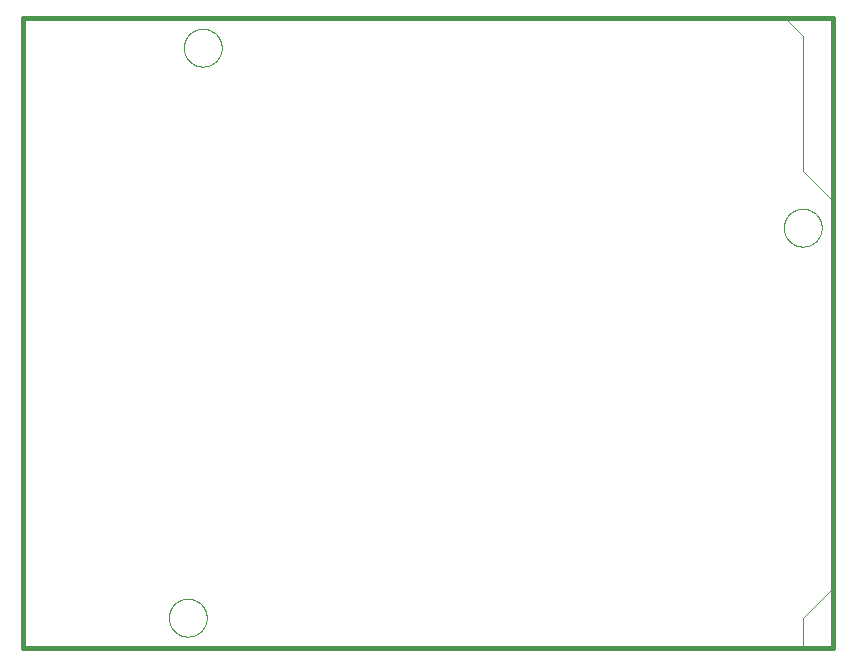
<source format=gbo>
G75*
%MOIN*%
%OFA0B0*%
%FSLAX25Y25*%
%IPPOS*%
%LPD*%
%AMOC8*
5,1,8,0,0,1.08239X$1,22.5*
%
%ADD10C,0.01600*%
%ADD11C,0.00000*%
D10*
X0027000Y0005000D02*
X0297000Y0005000D01*
X0297000Y0215000D01*
X0027000Y0215000D01*
X0027000Y0005000D01*
D11*
X0027000Y0215000D01*
X0281000Y0215000D01*
X0287000Y0209000D01*
X0287000Y0164000D01*
X0297000Y0154000D01*
X0297000Y0025000D01*
X0287000Y0015000D01*
X0287000Y0005000D01*
X0027000Y0005000D01*
X0075701Y0015000D02*
X0075703Y0015158D01*
X0075709Y0015316D01*
X0075719Y0015474D01*
X0075733Y0015632D01*
X0075751Y0015789D01*
X0075772Y0015946D01*
X0075798Y0016102D01*
X0075828Y0016258D01*
X0075861Y0016413D01*
X0075899Y0016566D01*
X0075940Y0016719D01*
X0075985Y0016871D01*
X0076034Y0017022D01*
X0076087Y0017171D01*
X0076143Y0017319D01*
X0076203Y0017465D01*
X0076267Y0017610D01*
X0076335Y0017753D01*
X0076406Y0017895D01*
X0076480Y0018035D01*
X0076558Y0018172D01*
X0076640Y0018308D01*
X0076724Y0018442D01*
X0076813Y0018573D01*
X0076904Y0018702D01*
X0076999Y0018829D01*
X0077096Y0018954D01*
X0077197Y0019076D01*
X0077301Y0019195D01*
X0077408Y0019312D01*
X0077518Y0019426D01*
X0077631Y0019537D01*
X0077746Y0019646D01*
X0077864Y0019751D01*
X0077985Y0019853D01*
X0078108Y0019953D01*
X0078234Y0020049D01*
X0078362Y0020142D01*
X0078492Y0020232D01*
X0078625Y0020318D01*
X0078760Y0020402D01*
X0078896Y0020481D01*
X0079035Y0020558D01*
X0079176Y0020630D01*
X0079318Y0020700D01*
X0079462Y0020765D01*
X0079608Y0020827D01*
X0079755Y0020885D01*
X0079904Y0020940D01*
X0080054Y0020991D01*
X0080205Y0021038D01*
X0080357Y0021081D01*
X0080510Y0021120D01*
X0080665Y0021156D01*
X0080820Y0021187D01*
X0080976Y0021215D01*
X0081132Y0021239D01*
X0081289Y0021259D01*
X0081447Y0021275D01*
X0081604Y0021287D01*
X0081763Y0021295D01*
X0081921Y0021299D01*
X0082079Y0021299D01*
X0082237Y0021295D01*
X0082396Y0021287D01*
X0082553Y0021275D01*
X0082711Y0021259D01*
X0082868Y0021239D01*
X0083024Y0021215D01*
X0083180Y0021187D01*
X0083335Y0021156D01*
X0083490Y0021120D01*
X0083643Y0021081D01*
X0083795Y0021038D01*
X0083946Y0020991D01*
X0084096Y0020940D01*
X0084245Y0020885D01*
X0084392Y0020827D01*
X0084538Y0020765D01*
X0084682Y0020700D01*
X0084824Y0020630D01*
X0084965Y0020558D01*
X0085104Y0020481D01*
X0085240Y0020402D01*
X0085375Y0020318D01*
X0085508Y0020232D01*
X0085638Y0020142D01*
X0085766Y0020049D01*
X0085892Y0019953D01*
X0086015Y0019853D01*
X0086136Y0019751D01*
X0086254Y0019646D01*
X0086369Y0019537D01*
X0086482Y0019426D01*
X0086592Y0019312D01*
X0086699Y0019195D01*
X0086803Y0019076D01*
X0086904Y0018954D01*
X0087001Y0018829D01*
X0087096Y0018702D01*
X0087187Y0018573D01*
X0087276Y0018442D01*
X0087360Y0018308D01*
X0087442Y0018172D01*
X0087520Y0018035D01*
X0087594Y0017895D01*
X0087665Y0017753D01*
X0087733Y0017610D01*
X0087797Y0017465D01*
X0087857Y0017319D01*
X0087913Y0017171D01*
X0087966Y0017022D01*
X0088015Y0016871D01*
X0088060Y0016719D01*
X0088101Y0016566D01*
X0088139Y0016413D01*
X0088172Y0016258D01*
X0088202Y0016102D01*
X0088228Y0015946D01*
X0088249Y0015789D01*
X0088267Y0015632D01*
X0088281Y0015474D01*
X0088291Y0015316D01*
X0088297Y0015158D01*
X0088299Y0015000D01*
X0088297Y0014842D01*
X0088291Y0014684D01*
X0088281Y0014526D01*
X0088267Y0014368D01*
X0088249Y0014211D01*
X0088228Y0014054D01*
X0088202Y0013898D01*
X0088172Y0013742D01*
X0088139Y0013587D01*
X0088101Y0013434D01*
X0088060Y0013281D01*
X0088015Y0013129D01*
X0087966Y0012978D01*
X0087913Y0012829D01*
X0087857Y0012681D01*
X0087797Y0012535D01*
X0087733Y0012390D01*
X0087665Y0012247D01*
X0087594Y0012105D01*
X0087520Y0011965D01*
X0087442Y0011828D01*
X0087360Y0011692D01*
X0087276Y0011558D01*
X0087187Y0011427D01*
X0087096Y0011298D01*
X0087001Y0011171D01*
X0086904Y0011046D01*
X0086803Y0010924D01*
X0086699Y0010805D01*
X0086592Y0010688D01*
X0086482Y0010574D01*
X0086369Y0010463D01*
X0086254Y0010354D01*
X0086136Y0010249D01*
X0086015Y0010147D01*
X0085892Y0010047D01*
X0085766Y0009951D01*
X0085638Y0009858D01*
X0085508Y0009768D01*
X0085375Y0009682D01*
X0085240Y0009598D01*
X0085104Y0009519D01*
X0084965Y0009442D01*
X0084824Y0009370D01*
X0084682Y0009300D01*
X0084538Y0009235D01*
X0084392Y0009173D01*
X0084245Y0009115D01*
X0084096Y0009060D01*
X0083946Y0009009D01*
X0083795Y0008962D01*
X0083643Y0008919D01*
X0083490Y0008880D01*
X0083335Y0008844D01*
X0083180Y0008813D01*
X0083024Y0008785D01*
X0082868Y0008761D01*
X0082711Y0008741D01*
X0082553Y0008725D01*
X0082396Y0008713D01*
X0082237Y0008705D01*
X0082079Y0008701D01*
X0081921Y0008701D01*
X0081763Y0008705D01*
X0081604Y0008713D01*
X0081447Y0008725D01*
X0081289Y0008741D01*
X0081132Y0008761D01*
X0080976Y0008785D01*
X0080820Y0008813D01*
X0080665Y0008844D01*
X0080510Y0008880D01*
X0080357Y0008919D01*
X0080205Y0008962D01*
X0080054Y0009009D01*
X0079904Y0009060D01*
X0079755Y0009115D01*
X0079608Y0009173D01*
X0079462Y0009235D01*
X0079318Y0009300D01*
X0079176Y0009370D01*
X0079035Y0009442D01*
X0078896Y0009519D01*
X0078760Y0009598D01*
X0078625Y0009682D01*
X0078492Y0009768D01*
X0078362Y0009858D01*
X0078234Y0009951D01*
X0078108Y0010047D01*
X0077985Y0010147D01*
X0077864Y0010249D01*
X0077746Y0010354D01*
X0077631Y0010463D01*
X0077518Y0010574D01*
X0077408Y0010688D01*
X0077301Y0010805D01*
X0077197Y0010924D01*
X0077096Y0011046D01*
X0076999Y0011171D01*
X0076904Y0011298D01*
X0076813Y0011427D01*
X0076724Y0011558D01*
X0076640Y0011692D01*
X0076558Y0011828D01*
X0076480Y0011965D01*
X0076406Y0012105D01*
X0076335Y0012247D01*
X0076267Y0012390D01*
X0076203Y0012535D01*
X0076143Y0012681D01*
X0076087Y0012829D01*
X0076034Y0012978D01*
X0075985Y0013129D01*
X0075940Y0013281D01*
X0075899Y0013434D01*
X0075861Y0013587D01*
X0075828Y0013742D01*
X0075798Y0013898D01*
X0075772Y0014054D01*
X0075751Y0014211D01*
X0075733Y0014368D01*
X0075719Y0014526D01*
X0075709Y0014684D01*
X0075703Y0014842D01*
X0075701Y0015000D01*
X0280701Y0145000D02*
X0280703Y0145158D01*
X0280709Y0145316D01*
X0280719Y0145474D01*
X0280733Y0145632D01*
X0280751Y0145789D01*
X0280772Y0145946D01*
X0280798Y0146102D01*
X0280828Y0146258D01*
X0280861Y0146413D01*
X0280899Y0146566D01*
X0280940Y0146719D01*
X0280985Y0146871D01*
X0281034Y0147022D01*
X0281087Y0147171D01*
X0281143Y0147319D01*
X0281203Y0147465D01*
X0281267Y0147610D01*
X0281335Y0147753D01*
X0281406Y0147895D01*
X0281480Y0148035D01*
X0281558Y0148172D01*
X0281640Y0148308D01*
X0281724Y0148442D01*
X0281813Y0148573D01*
X0281904Y0148702D01*
X0281999Y0148829D01*
X0282096Y0148954D01*
X0282197Y0149076D01*
X0282301Y0149195D01*
X0282408Y0149312D01*
X0282518Y0149426D01*
X0282631Y0149537D01*
X0282746Y0149646D01*
X0282864Y0149751D01*
X0282985Y0149853D01*
X0283108Y0149953D01*
X0283234Y0150049D01*
X0283362Y0150142D01*
X0283492Y0150232D01*
X0283625Y0150318D01*
X0283760Y0150402D01*
X0283896Y0150481D01*
X0284035Y0150558D01*
X0284176Y0150630D01*
X0284318Y0150700D01*
X0284462Y0150765D01*
X0284608Y0150827D01*
X0284755Y0150885D01*
X0284904Y0150940D01*
X0285054Y0150991D01*
X0285205Y0151038D01*
X0285357Y0151081D01*
X0285510Y0151120D01*
X0285665Y0151156D01*
X0285820Y0151187D01*
X0285976Y0151215D01*
X0286132Y0151239D01*
X0286289Y0151259D01*
X0286447Y0151275D01*
X0286604Y0151287D01*
X0286763Y0151295D01*
X0286921Y0151299D01*
X0287079Y0151299D01*
X0287237Y0151295D01*
X0287396Y0151287D01*
X0287553Y0151275D01*
X0287711Y0151259D01*
X0287868Y0151239D01*
X0288024Y0151215D01*
X0288180Y0151187D01*
X0288335Y0151156D01*
X0288490Y0151120D01*
X0288643Y0151081D01*
X0288795Y0151038D01*
X0288946Y0150991D01*
X0289096Y0150940D01*
X0289245Y0150885D01*
X0289392Y0150827D01*
X0289538Y0150765D01*
X0289682Y0150700D01*
X0289824Y0150630D01*
X0289965Y0150558D01*
X0290104Y0150481D01*
X0290240Y0150402D01*
X0290375Y0150318D01*
X0290508Y0150232D01*
X0290638Y0150142D01*
X0290766Y0150049D01*
X0290892Y0149953D01*
X0291015Y0149853D01*
X0291136Y0149751D01*
X0291254Y0149646D01*
X0291369Y0149537D01*
X0291482Y0149426D01*
X0291592Y0149312D01*
X0291699Y0149195D01*
X0291803Y0149076D01*
X0291904Y0148954D01*
X0292001Y0148829D01*
X0292096Y0148702D01*
X0292187Y0148573D01*
X0292276Y0148442D01*
X0292360Y0148308D01*
X0292442Y0148172D01*
X0292520Y0148035D01*
X0292594Y0147895D01*
X0292665Y0147753D01*
X0292733Y0147610D01*
X0292797Y0147465D01*
X0292857Y0147319D01*
X0292913Y0147171D01*
X0292966Y0147022D01*
X0293015Y0146871D01*
X0293060Y0146719D01*
X0293101Y0146566D01*
X0293139Y0146413D01*
X0293172Y0146258D01*
X0293202Y0146102D01*
X0293228Y0145946D01*
X0293249Y0145789D01*
X0293267Y0145632D01*
X0293281Y0145474D01*
X0293291Y0145316D01*
X0293297Y0145158D01*
X0293299Y0145000D01*
X0293297Y0144842D01*
X0293291Y0144684D01*
X0293281Y0144526D01*
X0293267Y0144368D01*
X0293249Y0144211D01*
X0293228Y0144054D01*
X0293202Y0143898D01*
X0293172Y0143742D01*
X0293139Y0143587D01*
X0293101Y0143434D01*
X0293060Y0143281D01*
X0293015Y0143129D01*
X0292966Y0142978D01*
X0292913Y0142829D01*
X0292857Y0142681D01*
X0292797Y0142535D01*
X0292733Y0142390D01*
X0292665Y0142247D01*
X0292594Y0142105D01*
X0292520Y0141965D01*
X0292442Y0141828D01*
X0292360Y0141692D01*
X0292276Y0141558D01*
X0292187Y0141427D01*
X0292096Y0141298D01*
X0292001Y0141171D01*
X0291904Y0141046D01*
X0291803Y0140924D01*
X0291699Y0140805D01*
X0291592Y0140688D01*
X0291482Y0140574D01*
X0291369Y0140463D01*
X0291254Y0140354D01*
X0291136Y0140249D01*
X0291015Y0140147D01*
X0290892Y0140047D01*
X0290766Y0139951D01*
X0290638Y0139858D01*
X0290508Y0139768D01*
X0290375Y0139682D01*
X0290240Y0139598D01*
X0290104Y0139519D01*
X0289965Y0139442D01*
X0289824Y0139370D01*
X0289682Y0139300D01*
X0289538Y0139235D01*
X0289392Y0139173D01*
X0289245Y0139115D01*
X0289096Y0139060D01*
X0288946Y0139009D01*
X0288795Y0138962D01*
X0288643Y0138919D01*
X0288490Y0138880D01*
X0288335Y0138844D01*
X0288180Y0138813D01*
X0288024Y0138785D01*
X0287868Y0138761D01*
X0287711Y0138741D01*
X0287553Y0138725D01*
X0287396Y0138713D01*
X0287237Y0138705D01*
X0287079Y0138701D01*
X0286921Y0138701D01*
X0286763Y0138705D01*
X0286604Y0138713D01*
X0286447Y0138725D01*
X0286289Y0138741D01*
X0286132Y0138761D01*
X0285976Y0138785D01*
X0285820Y0138813D01*
X0285665Y0138844D01*
X0285510Y0138880D01*
X0285357Y0138919D01*
X0285205Y0138962D01*
X0285054Y0139009D01*
X0284904Y0139060D01*
X0284755Y0139115D01*
X0284608Y0139173D01*
X0284462Y0139235D01*
X0284318Y0139300D01*
X0284176Y0139370D01*
X0284035Y0139442D01*
X0283896Y0139519D01*
X0283760Y0139598D01*
X0283625Y0139682D01*
X0283492Y0139768D01*
X0283362Y0139858D01*
X0283234Y0139951D01*
X0283108Y0140047D01*
X0282985Y0140147D01*
X0282864Y0140249D01*
X0282746Y0140354D01*
X0282631Y0140463D01*
X0282518Y0140574D01*
X0282408Y0140688D01*
X0282301Y0140805D01*
X0282197Y0140924D01*
X0282096Y0141046D01*
X0281999Y0141171D01*
X0281904Y0141298D01*
X0281813Y0141427D01*
X0281724Y0141558D01*
X0281640Y0141692D01*
X0281558Y0141828D01*
X0281480Y0141965D01*
X0281406Y0142105D01*
X0281335Y0142247D01*
X0281267Y0142390D01*
X0281203Y0142535D01*
X0281143Y0142681D01*
X0281087Y0142829D01*
X0281034Y0142978D01*
X0280985Y0143129D01*
X0280940Y0143281D01*
X0280899Y0143434D01*
X0280861Y0143587D01*
X0280828Y0143742D01*
X0280798Y0143898D01*
X0280772Y0144054D01*
X0280751Y0144211D01*
X0280733Y0144368D01*
X0280719Y0144526D01*
X0280709Y0144684D01*
X0280703Y0144842D01*
X0280701Y0145000D01*
X0080701Y0205000D02*
X0080703Y0205158D01*
X0080709Y0205316D01*
X0080719Y0205474D01*
X0080733Y0205632D01*
X0080751Y0205789D01*
X0080772Y0205946D01*
X0080798Y0206102D01*
X0080828Y0206258D01*
X0080861Y0206413D01*
X0080899Y0206566D01*
X0080940Y0206719D01*
X0080985Y0206871D01*
X0081034Y0207022D01*
X0081087Y0207171D01*
X0081143Y0207319D01*
X0081203Y0207465D01*
X0081267Y0207610D01*
X0081335Y0207753D01*
X0081406Y0207895D01*
X0081480Y0208035D01*
X0081558Y0208172D01*
X0081640Y0208308D01*
X0081724Y0208442D01*
X0081813Y0208573D01*
X0081904Y0208702D01*
X0081999Y0208829D01*
X0082096Y0208954D01*
X0082197Y0209076D01*
X0082301Y0209195D01*
X0082408Y0209312D01*
X0082518Y0209426D01*
X0082631Y0209537D01*
X0082746Y0209646D01*
X0082864Y0209751D01*
X0082985Y0209853D01*
X0083108Y0209953D01*
X0083234Y0210049D01*
X0083362Y0210142D01*
X0083492Y0210232D01*
X0083625Y0210318D01*
X0083760Y0210402D01*
X0083896Y0210481D01*
X0084035Y0210558D01*
X0084176Y0210630D01*
X0084318Y0210700D01*
X0084462Y0210765D01*
X0084608Y0210827D01*
X0084755Y0210885D01*
X0084904Y0210940D01*
X0085054Y0210991D01*
X0085205Y0211038D01*
X0085357Y0211081D01*
X0085510Y0211120D01*
X0085665Y0211156D01*
X0085820Y0211187D01*
X0085976Y0211215D01*
X0086132Y0211239D01*
X0086289Y0211259D01*
X0086447Y0211275D01*
X0086604Y0211287D01*
X0086763Y0211295D01*
X0086921Y0211299D01*
X0087079Y0211299D01*
X0087237Y0211295D01*
X0087396Y0211287D01*
X0087553Y0211275D01*
X0087711Y0211259D01*
X0087868Y0211239D01*
X0088024Y0211215D01*
X0088180Y0211187D01*
X0088335Y0211156D01*
X0088490Y0211120D01*
X0088643Y0211081D01*
X0088795Y0211038D01*
X0088946Y0210991D01*
X0089096Y0210940D01*
X0089245Y0210885D01*
X0089392Y0210827D01*
X0089538Y0210765D01*
X0089682Y0210700D01*
X0089824Y0210630D01*
X0089965Y0210558D01*
X0090104Y0210481D01*
X0090240Y0210402D01*
X0090375Y0210318D01*
X0090508Y0210232D01*
X0090638Y0210142D01*
X0090766Y0210049D01*
X0090892Y0209953D01*
X0091015Y0209853D01*
X0091136Y0209751D01*
X0091254Y0209646D01*
X0091369Y0209537D01*
X0091482Y0209426D01*
X0091592Y0209312D01*
X0091699Y0209195D01*
X0091803Y0209076D01*
X0091904Y0208954D01*
X0092001Y0208829D01*
X0092096Y0208702D01*
X0092187Y0208573D01*
X0092276Y0208442D01*
X0092360Y0208308D01*
X0092442Y0208172D01*
X0092520Y0208035D01*
X0092594Y0207895D01*
X0092665Y0207753D01*
X0092733Y0207610D01*
X0092797Y0207465D01*
X0092857Y0207319D01*
X0092913Y0207171D01*
X0092966Y0207022D01*
X0093015Y0206871D01*
X0093060Y0206719D01*
X0093101Y0206566D01*
X0093139Y0206413D01*
X0093172Y0206258D01*
X0093202Y0206102D01*
X0093228Y0205946D01*
X0093249Y0205789D01*
X0093267Y0205632D01*
X0093281Y0205474D01*
X0093291Y0205316D01*
X0093297Y0205158D01*
X0093299Y0205000D01*
X0093297Y0204842D01*
X0093291Y0204684D01*
X0093281Y0204526D01*
X0093267Y0204368D01*
X0093249Y0204211D01*
X0093228Y0204054D01*
X0093202Y0203898D01*
X0093172Y0203742D01*
X0093139Y0203587D01*
X0093101Y0203434D01*
X0093060Y0203281D01*
X0093015Y0203129D01*
X0092966Y0202978D01*
X0092913Y0202829D01*
X0092857Y0202681D01*
X0092797Y0202535D01*
X0092733Y0202390D01*
X0092665Y0202247D01*
X0092594Y0202105D01*
X0092520Y0201965D01*
X0092442Y0201828D01*
X0092360Y0201692D01*
X0092276Y0201558D01*
X0092187Y0201427D01*
X0092096Y0201298D01*
X0092001Y0201171D01*
X0091904Y0201046D01*
X0091803Y0200924D01*
X0091699Y0200805D01*
X0091592Y0200688D01*
X0091482Y0200574D01*
X0091369Y0200463D01*
X0091254Y0200354D01*
X0091136Y0200249D01*
X0091015Y0200147D01*
X0090892Y0200047D01*
X0090766Y0199951D01*
X0090638Y0199858D01*
X0090508Y0199768D01*
X0090375Y0199682D01*
X0090240Y0199598D01*
X0090104Y0199519D01*
X0089965Y0199442D01*
X0089824Y0199370D01*
X0089682Y0199300D01*
X0089538Y0199235D01*
X0089392Y0199173D01*
X0089245Y0199115D01*
X0089096Y0199060D01*
X0088946Y0199009D01*
X0088795Y0198962D01*
X0088643Y0198919D01*
X0088490Y0198880D01*
X0088335Y0198844D01*
X0088180Y0198813D01*
X0088024Y0198785D01*
X0087868Y0198761D01*
X0087711Y0198741D01*
X0087553Y0198725D01*
X0087396Y0198713D01*
X0087237Y0198705D01*
X0087079Y0198701D01*
X0086921Y0198701D01*
X0086763Y0198705D01*
X0086604Y0198713D01*
X0086447Y0198725D01*
X0086289Y0198741D01*
X0086132Y0198761D01*
X0085976Y0198785D01*
X0085820Y0198813D01*
X0085665Y0198844D01*
X0085510Y0198880D01*
X0085357Y0198919D01*
X0085205Y0198962D01*
X0085054Y0199009D01*
X0084904Y0199060D01*
X0084755Y0199115D01*
X0084608Y0199173D01*
X0084462Y0199235D01*
X0084318Y0199300D01*
X0084176Y0199370D01*
X0084035Y0199442D01*
X0083896Y0199519D01*
X0083760Y0199598D01*
X0083625Y0199682D01*
X0083492Y0199768D01*
X0083362Y0199858D01*
X0083234Y0199951D01*
X0083108Y0200047D01*
X0082985Y0200147D01*
X0082864Y0200249D01*
X0082746Y0200354D01*
X0082631Y0200463D01*
X0082518Y0200574D01*
X0082408Y0200688D01*
X0082301Y0200805D01*
X0082197Y0200924D01*
X0082096Y0201046D01*
X0081999Y0201171D01*
X0081904Y0201298D01*
X0081813Y0201427D01*
X0081724Y0201558D01*
X0081640Y0201692D01*
X0081558Y0201828D01*
X0081480Y0201965D01*
X0081406Y0202105D01*
X0081335Y0202247D01*
X0081267Y0202390D01*
X0081203Y0202535D01*
X0081143Y0202681D01*
X0081087Y0202829D01*
X0081034Y0202978D01*
X0080985Y0203129D01*
X0080940Y0203281D01*
X0080899Y0203434D01*
X0080861Y0203587D01*
X0080828Y0203742D01*
X0080798Y0203898D01*
X0080772Y0204054D01*
X0080751Y0204211D01*
X0080733Y0204368D01*
X0080719Y0204526D01*
X0080709Y0204684D01*
X0080703Y0204842D01*
X0080701Y0205000D01*
M02*

</source>
